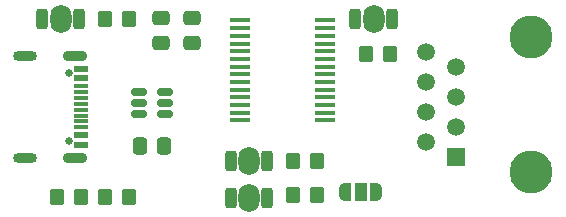
<source format=gts>
%TF.GenerationSoftware,KiCad,Pcbnew,5.99.0-unknown-4920692bcd~125~ubuntu20.04.1*%
%TF.CreationDate,2021-04-18T13:07:44+02:00*%
%TF.ProjectId,USBMOUNT01A,5553424d-4f55-44e5-9430-31412e6b6963,rev?*%
%TF.SameCoordinates,Original*%
%TF.FileFunction,Soldermask,Top*%
%TF.FilePolarity,Negative*%
%FSLAX46Y46*%
G04 Gerber Fmt 4.6, Leading zero omitted, Abs format (unit mm)*
G04 Created by KiCad (PCBNEW 5.99.0-unknown-4920692bcd~125~ubuntu20.04.1) date 2021-04-18 13:07:44*
%MOMM*%
%LPD*%
G01*
G04 APERTURE LIST*
G04 Aperture macros list*
%AMRoundRect*
0 Rectangle with rounded corners*
0 $1 Rounding radius*
0 $2 $3 $4 $5 $6 $7 $8 $9 X,Y pos of 4 corners*
0 Add a 4 corners polygon primitive as box body*
4,1,4,$2,$3,$4,$5,$6,$7,$8,$9,$2,$3,0*
0 Add four circle primitives for the rounded corners*
1,1,$1+$1,$2,$3*
1,1,$1+$1,$4,$5*
1,1,$1+$1,$6,$7*
1,1,$1+$1,$8,$9*
0 Add four rect primitives between the rounded corners*
20,1,$1+$1,$2,$3,$4,$5,0*
20,1,$1+$1,$4,$5,$6,$7,0*
20,1,$1+$1,$6,$7,$8,$9,0*
20,1,$1+$1,$8,$9,$2,$3,0*%
%AMFreePoly0*
4,1,22,0.550000,-0.750000,0.000000,-0.750000,0.000000,-0.745033,-0.079941,-0.743568,-0.215256,-0.701293,-0.333266,-0.622738,-0.424486,-0.514219,-0.481581,-0.384460,-0.499164,-0.250000,-0.500000,-0.250000,-0.500000,0.250000,-0.499164,0.250000,-0.499963,0.256109,-0.478152,0.396186,-0.417904,0.524511,-0.324060,0.630769,-0.204165,0.706417,-0.067858,0.745374,0.000000,0.744959,0.000000,0.750000,
0.550000,0.750000,0.550000,-0.750000,0.550000,-0.750000,$1*%
%AMFreePoly1*
4,1,20,0.000000,0.744959,0.073905,0.744508,0.209726,0.703889,0.328688,0.626782,0.421226,0.519385,0.479903,0.390333,0.500000,0.250000,0.500000,-0.250000,0.499851,-0.262216,0.476331,-0.402017,0.414519,-0.529596,0.319384,-0.634700,0.198574,-0.708877,0.061801,-0.746166,0.000000,-0.745033,0.000000,-0.750000,-0.550000,-0.750000,-0.550000,0.750000,0.000000,0.750000,0.000000,0.744959,
0.000000,0.744959,$1*%
G04 Aperture macros list end*
%ADD10RoundRect,0.250000X-0.475000X0.337500X-0.475000X-0.337500X0.475000X-0.337500X0.475000X0.337500X0*%
%ADD11RoundRect,0.250000X0.350000X0.450000X-0.350000X0.450000X-0.350000X-0.450000X0.350000X-0.450000X0*%
%ADD12R,1.750000X0.450000*%
%ADD13O,1.800000X2.400000*%
%ADD14RoundRect,0.190000X-0.285000X-0.685000X0.285000X-0.685000X0.285000X0.685000X-0.285000X0.685000X0*%
%ADD15RoundRect,0.150000X0.512500X0.150000X-0.512500X0.150000X-0.512500X-0.150000X0.512500X-0.150000X0*%
%ADD16RoundRect,0.250000X-0.350000X-0.450000X0.350000X-0.450000X0.350000X0.450000X-0.350000X0.450000X0*%
%ADD17C,0.650000*%
%ADD18R,1.160000X0.600000*%
%ADD19R,1.160000X0.300000*%
%ADD20O,2.000000X0.900000*%
%ADD21O,2.100000X0.900000*%
%ADD22FreePoly0,0.000000*%
%ADD23R,1.000000X1.500000*%
%ADD24FreePoly1,0.000000*%
%ADD25C,3.650000*%
%ADD26R,1.500000X1.500000*%
%ADD27C,1.500000*%
%ADD28RoundRect,0.250000X0.337500X0.475000X-0.337500X0.475000X-0.337500X-0.475000X0.337500X-0.475000X0*%
G04 APERTURE END LIST*
D10*
%TO.C,C2*%
X139300000Y-81400000D03*
X139300000Y-83475000D03*
%TD*%
D11*
%TO.C,R5*%
X156100000Y-84450000D03*
X154100000Y-84450000D03*
%TD*%
D12*
%TO.C,U1*%
X150600000Y-90050000D03*
X150600000Y-89400000D03*
X150600000Y-88750000D03*
X150600000Y-88100000D03*
X150600000Y-87450000D03*
X150600000Y-86800000D03*
X150600000Y-86150000D03*
X150600000Y-85500000D03*
X150600000Y-84850000D03*
X150600000Y-84200000D03*
X150600000Y-83550000D03*
X150600000Y-82900000D03*
X150600000Y-82250000D03*
X150600000Y-81600000D03*
X143400000Y-81600000D03*
X143400000Y-82250000D03*
X143400000Y-82900000D03*
X143400000Y-83550000D03*
X143400000Y-84200000D03*
X143400000Y-84850000D03*
X143400000Y-85500000D03*
X143400000Y-86150000D03*
X143400000Y-86800000D03*
X143400000Y-87450000D03*
X143400000Y-88100000D03*
X143400000Y-88750000D03*
X143400000Y-89400000D03*
X143400000Y-90050000D03*
%TD*%
D13*
%TO.C,D1*%
X128200000Y-81500000D03*
D14*
X126650000Y-81500000D03*
X129750000Y-81500000D03*
%TD*%
D15*
%TO.C,U2*%
X137075000Y-89535000D03*
X137075000Y-88585000D03*
X137075000Y-87635000D03*
X134800000Y-87635000D03*
X134800000Y-88585000D03*
X134800000Y-89535000D03*
%TD*%
D13*
%TO.C,D2*%
X144150000Y-96600000D03*
D14*
X142600000Y-96600000D03*
X145700000Y-96600000D03*
%TD*%
D11*
%TO.C,R4*%
X149900000Y-93500000D03*
X147900000Y-93500000D03*
%TD*%
D10*
%TO.C,C1*%
X136700000Y-81400000D03*
X136700000Y-83475000D03*
%TD*%
D16*
%TO.C,R7*%
X131985000Y-96520000D03*
X133985000Y-96520000D03*
%TD*%
D17*
%TO.C,P1*%
X128905000Y-86010000D03*
X128905000Y-91790000D03*
D18*
X129965000Y-85700000D03*
X129965000Y-86500000D03*
D19*
X129965000Y-87650000D03*
X129965000Y-88650000D03*
X129965000Y-89150000D03*
X129965000Y-90150000D03*
D18*
X129965000Y-91300000D03*
X129965000Y-92100000D03*
X129965000Y-92100000D03*
X129965000Y-91300000D03*
D19*
X129965000Y-90650000D03*
X129965000Y-89650000D03*
X129965000Y-88150000D03*
X129965000Y-87150000D03*
D18*
X129965000Y-86500000D03*
X129965000Y-85700000D03*
D20*
X125215000Y-84580000D03*
X125215000Y-93220000D03*
D21*
X129385000Y-84580000D03*
X129385000Y-93220000D03*
%TD*%
D11*
%TO.C,R6*%
X129921000Y-96520000D03*
X127921000Y-96520000D03*
%TD*%
D22*
%TO.C,JP1*%
X152300000Y-96100000D03*
D23*
X153600000Y-96100000D03*
D24*
X154900000Y-96100000D03*
%TD*%
D11*
%TO.C,R1*%
X133992500Y-81500000D03*
X131992500Y-81500000D03*
%TD*%
%TO.C,R3*%
X149900000Y-96400000D03*
X147900000Y-96400000D03*
%TD*%
D13*
%TO.C,D4*%
X154700000Y-81500000D03*
D14*
X153150000Y-81500000D03*
X156250000Y-81500000D03*
%TD*%
D25*
%TO.C,J1*%
X168050000Y-94470000D03*
X168050000Y-83040000D03*
D26*
X161700000Y-93200000D03*
D27*
X159160000Y-91930000D03*
X161700000Y-90660000D03*
X159160000Y-89390000D03*
X161700000Y-88120000D03*
X159160000Y-86850000D03*
X161700000Y-85580000D03*
X159160000Y-84310000D03*
%TD*%
D13*
%TO.C,D3*%
X144150000Y-93500000D03*
D14*
X142600000Y-93500000D03*
X145700000Y-93500000D03*
%TD*%
D28*
%TO.C,C3*%
X136975000Y-92200000D03*
X134900000Y-92200000D03*
%TD*%
M02*

</source>
